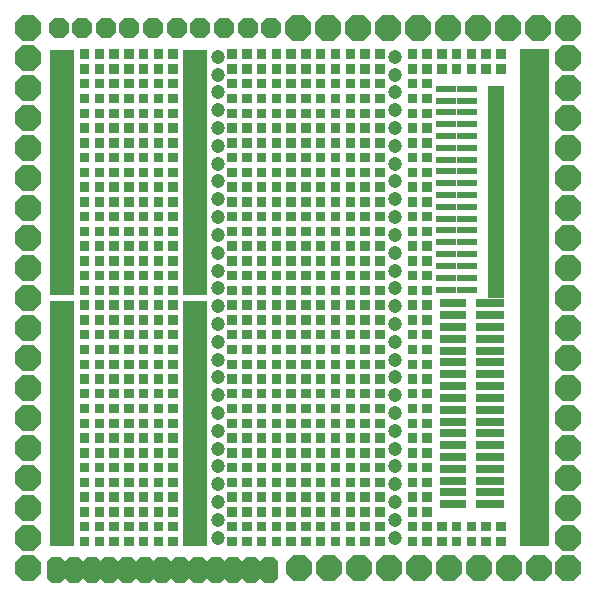
<source format=gbs>
G04 Layer_Color=16711935*
%FSLAX44Y44*%
%MOMM*%
G71*
G01*
G75*
%ADD19P,1.8435X8X22.5*%
%ADD20P,2.3847X8X22.5*%
G04:AMPARAMS|DCode=21|XSize=1.5032mm|YSize=2.2032mm|CornerRadius=0mm|HoleSize=0mm|Usage=FLASHONLY|Rotation=0.000|XOffset=0mm|YOffset=0mm|HoleType=Round|Shape=Octagon|*
%AMOCTAGOND21*
4,1,8,-0.3758,1.1016,0.3758,1.1016,0.7516,0.7258,0.7516,-0.7258,0.3758,-1.1016,-0.3758,-1.1016,-0.7516,-0.7258,-0.7516,0.7258,-0.3758,1.1016,0.0*
%
%ADD21OCTAGOND21*%

%ADD22P,2.3847X8X112.5*%
%ADD23C,1.2032*%
%ADD24R,2.2032X0.7032*%
%ADD25R,2.4032X0.8032*%
%ADD26R,1.4032X0.5032*%
%ADD27R,1.7032X0.6032*%
G36*
X210500Y177500D02*
X202500D01*
Y185500D01*
X210500D01*
Y177500D01*
D02*
G37*
G36*
X223000D02*
X215000D01*
Y185500D01*
X223000D01*
Y177500D01*
D02*
G37*
G36*
X198000D02*
X190000D01*
Y185500D01*
X198000D01*
Y177500D01*
D02*
G37*
G36*
X350500Y165000D02*
X342500D01*
Y173000D01*
X350500D01*
Y165000D01*
D02*
G37*
G36*
X363000D02*
X355000D01*
Y173000D01*
X363000D01*
Y165000D01*
D02*
G37*
G36*
X235500Y177500D02*
X227500D01*
Y185500D01*
X235500D01*
Y177500D01*
D02*
G37*
G36*
X285500D02*
X277500D01*
Y185500D01*
X285500D01*
Y177500D01*
D02*
G37*
G36*
X298000D02*
X290000D01*
Y185500D01*
X298000D01*
Y177500D01*
D02*
G37*
G36*
X273000D02*
X265000D01*
Y185500D01*
X273000D01*
Y177500D01*
D02*
G37*
G36*
X248000D02*
X240000D01*
Y185500D01*
X248000D01*
Y177500D01*
D02*
G37*
G36*
X260500D02*
X252500D01*
Y185500D01*
X260500D01*
Y177500D01*
D02*
G37*
G36*
X323000Y165000D02*
X315000D01*
Y173000D01*
X323000D01*
Y165000D01*
D02*
G37*
G36*
X73000Y165000D02*
X65000D01*
Y173000D01*
X73000D01*
Y165000D01*
D02*
G37*
G36*
X310500Y165000D02*
X302500D01*
Y173000D01*
X310500D01*
Y165000D01*
D02*
G37*
G36*
X285500D02*
X277500D01*
Y173000D01*
X285500D01*
Y165000D01*
D02*
G37*
G36*
X298000D02*
X290000D01*
Y173000D01*
X298000D01*
Y165000D01*
D02*
G37*
G36*
X85500Y165000D02*
X77500D01*
Y173000D01*
X85500D01*
Y165000D01*
D02*
G37*
G36*
X135500D02*
X127500D01*
Y173000D01*
X135500D01*
Y165000D01*
D02*
G37*
G36*
X148000D02*
X140000D01*
Y173000D01*
X148000D01*
Y165000D01*
D02*
G37*
G36*
X123000D02*
X115000D01*
Y173000D01*
X123000D01*
Y165000D01*
D02*
G37*
G36*
X98000D02*
X90000D01*
Y173000D01*
X98000D01*
Y165000D01*
D02*
G37*
G36*
X110500D02*
X102500D01*
Y173000D01*
X110500D01*
Y165000D01*
D02*
G37*
G36*
X235500Y190000D02*
X227500D01*
Y198000D01*
X235500D01*
Y190000D01*
D02*
G37*
G36*
X248000D02*
X240000D01*
Y198000D01*
X248000D01*
Y190000D01*
D02*
G37*
G36*
X223000D02*
X215000D01*
Y198000D01*
X223000D01*
Y190000D01*
D02*
G37*
G36*
X198000D02*
X190000D01*
Y198000D01*
X198000D01*
Y190000D01*
D02*
G37*
G36*
X210500D02*
X202500D01*
Y198000D01*
X210500D01*
Y190000D01*
D02*
G37*
G36*
X260500D02*
X252500D01*
Y198000D01*
X260500D01*
Y190000D01*
D02*
G37*
G36*
X310500D02*
X302500D01*
Y198000D01*
X310500D01*
Y190000D01*
D02*
G37*
G36*
X323000D02*
X315000D01*
Y198000D01*
X323000D01*
Y190000D01*
D02*
G37*
G36*
X298000D02*
X290000D01*
Y198000D01*
X298000D01*
Y190000D01*
D02*
G37*
G36*
X273000D02*
X265000D01*
Y198000D01*
X273000D01*
Y190000D01*
D02*
G37*
G36*
X285500D02*
X277500D01*
Y198000D01*
X285500D01*
Y190000D01*
D02*
G37*
G36*
X85500Y177500D02*
X77500D01*
Y185500D01*
X85500D01*
Y177500D01*
D02*
G37*
G36*
X98000D02*
X90000D01*
Y185500D01*
X98000D01*
Y177500D01*
D02*
G37*
G36*
X73000D02*
X65000D01*
Y185500D01*
X73000D01*
Y177500D01*
D02*
G37*
G36*
X310500Y177500D02*
X302500D01*
Y185500D01*
X310500D01*
Y177500D01*
D02*
G37*
G36*
X323000D02*
X315000D01*
Y185500D01*
X323000D01*
Y177500D01*
D02*
G37*
G36*
X110500Y177500D02*
X102500D01*
Y185500D01*
X110500D01*
Y177500D01*
D02*
G37*
G36*
X350500D02*
X342500D01*
Y185500D01*
X350500D01*
Y177500D01*
D02*
G37*
G36*
X363000D02*
X355000D01*
Y185500D01*
X363000D01*
Y177500D01*
D02*
G37*
G36*
X148000D02*
X140000D01*
Y185500D01*
X148000D01*
Y177500D01*
D02*
G37*
G36*
X123000D02*
X115000D01*
Y185500D01*
X123000D01*
Y177500D01*
D02*
G37*
G36*
X135500D02*
X127500D01*
Y185500D01*
X135500D01*
Y177500D01*
D02*
G37*
G36*
X148000Y140000D02*
X140000D01*
Y148000D01*
X148000D01*
Y140000D01*
D02*
G37*
G36*
X350500D02*
X342500D01*
Y148000D01*
X350500D01*
Y140000D01*
D02*
G37*
G36*
X135500D02*
X127500D01*
Y148000D01*
X135500D01*
Y140000D01*
D02*
G37*
G36*
X110500D02*
X102500D01*
Y148000D01*
X110500D01*
Y140000D01*
D02*
G37*
G36*
X123000D02*
X115000D01*
Y148000D01*
X123000D01*
Y140000D01*
D02*
G37*
G36*
X363000D02*
X355000D01*
Y148000D01*
X363000D01*
Y140000D01*
D02*
G37*
G36*
X235500Y152500D02*
X227500D01*
Y160500D01*
X235500D01*
Y152500D01*
D02*
G37*
G36*
X248000D02*
X240000D01*
Y160500D01*
X248000D01*
Y152500D01*
D02*
G37*
G36*
X223000D02*
X215000D01*
Y160500D01*
X223000D01*
Y152500D01*
D02*
G37*
G36*
X198000D02*
X190000D01*
Y160500D01*
X198000D01*
Y152500D01*
D02*
G37*
G36*
X210500D02*
X202500D01*
Y160500D01*
X210500D01*
Y152500D01*
D02*
G37*
G36*
X273000Y140000D02*
X265000D01*
Y148000D01*
X273000D01*
Y140000D01*
D02*
G37*
G36*
X285500D02*
X277500D01*
Y148000D01*
X285500D01*
Y140000D01*
D02*
G37*
G36*
X260500D02*
X252500D01*
Y148000D01*
X260500D01*
Y140000D01*
D02*
G37*
G36*
X235500D02*
X227500D01*
Y148000D01*
X235500D01*
Y140000D01*
D02*
G37*
G36*
X248000D02*
X240000D01*
Y148000D01*
X248000D01*
Y140000D01*
D02*
G37*
G36*
X298000D02*
X290000D01*
Y148000D01*
X298000D01*
Y140000D01*
D02*
G37*
G36*
X85500Y140000D02*
X77500D01*
Y148000D01*
X85500D01*
Y140000D01*
D02*
G37*
G36*
X98000D02*
X90000D01*
Y148000D01*
X98000D01*
Y140000D01*
D02*
G37*
G36*
X73000D02*
X65000D01*
Y148000D01*
X73000D01*
Y140000D01*
D02*
G37*
G36*
X310500Y140000D02*
X302500D01*
Y148000D01*
X310500D01*
Y140000D01*
D02*
G37*
G36*
X323000D02*
X315000D01*
Y148000D01*
X323000D01*
Y140000D01*
D02*
G37*
G36*
X363000Y152500D02*
X355000D01*
Y160500D01*
X363000D01*
Y152500D01*
D02*
G37*
G36*
X198000Y165000D02*
X190000D01*
Y173000D01*
X198000D01*
Y165000D01*
D02*
G37*
G36*
X350500Y152500D02*
X342500D01*
Y160500D01*
X350500D01*
Y152500D01*
D02*
G37*
G36*
X135500D02*
X127500D01*
Y160500D01*
X135500D01*
Y152500D01*
D02*
G37*
G36*
X148000D02*
X140000D01*
Y160500D01*
X148000D01*
Y152500D01*
D02*
G37*
G36*
X210500Y165000D02*
X202500D01*
Y173000D01*
X210500D01*
Y165000D01*
D02*
G37*
G36*
X260500D02*
X252500D01*
Y173000D01*
X260500D01*
Y165000D01*
D02*
G37*
G36*
X273000D02*
X265000D01*
Y173000D01*
X273000D01*
Y165000D01*
D02*
G37*
G36*
X248000D02*
X240000D01*
Y173000D01*
X248000D01*
Y165000D01*
D02*
G37*
G36*
X223000D02*
X215000D01*
Y173000D01*
X223000D01*
Y165000D01*
D02*
G37*
G36*
X235500D02*
X227500D01*
Y173000D01*
X235500D01*
Y165000D01*
D02*
G37*
G36*
X298000Y152500D02*
X290000D01*
Y160500D01*
X298000D01*
Y152500D01*
D02*
G37*
G36*
X310500D02*
X302500D01*
Y160500D01*
X310500D01*
Y152500D01*
D02*
G37*
G36*
X285500D02*
X277500D01*
Y160500D01*
X285500D01*
Y152500D01*
D02*
G37*
G36*
X260500D02*
X252500D01*
Y160500D01*
X260500D01*
Y152500D01*
D02*
G37*
G36*
X273000D02*
X265000D01*
Y160500D01*
X273000D01*
Y152500D01*
D02*
G37*
G36*
X323000D02*
X315000D01*
Y160500D01*
X323000D01*
Y152500D01*
D02*
G37*
G36*
X110500Y152500D02*
X102500D01*
Y160500D01*
X110500D01*
Y152500D01*
D02*
G37*
G36*
X123000D02*
X115000D01*
Y160500D01*
X123000D01*
Y152500D01*
D02*
G37*
G36*
X98000D02*
X90000D01*
Y160500D01*
X98000D01*
Y152500D01*
D02*
G37*
G36*
X73000D02*
X65000D01*
Y160500D01*
X73000D01*
Y152500D01*
D02*
G37*
G36*
X85500D02*
X77500D01*
Y160500D01*
X85500D01*
Y152500D01*
D02*
G37*
G36*
X310500Y227500D02*
X302500D01*
Y235500D01*
X310500D01*
Y227500D01*
D02*
G37*
G36*
X323000D02*
X315000D01*
Y235500D01*
X323000D01*
Y227500D01*
D02*
G37*
G36*
X298000D02*
X290000D01*
Y235500D01*
X298000D01*
Y227500D01*
D02*
G37*
G36*
X273000D02*
X265000D01*
Y235500D01*
X273000D01*
Y227500D01*
D02*
G37*
G36*
X285500D02*
X277500D01*
Y235500D01*
X285500D01*
Y227500D01*
D02*
G37*
G36*
X73000Y227500D02*
X65000D01*
Y235500D01*
X73000D01*
Y227500D01*
D02*
G37*
G36*
X123000D02*
X115000D01*
Y235500D01*
X123000D01*
Y227500D01*
D02*
G37*
G36*
X135500D02*
X127500D01*
Y235500D01*
X135500D01*
Y227500D01*
D02*
G37*
G36*
X110500D02*
X102500D01*
Y235500D01*
X110500D01*
Y227500D01*
D02*
G37*
G36*
X85500D02*
X77500D01*
Y235500D01*
X85500D01*
Y227500D01*
D02*
G37*
G36*
X98000D02*
X90000D01*
Y235500D01*
X98000D01*
Y227500D01*
D02*
G37*
G36*
X350500Y215000D02*
X342500D01*
Y223000D01*
X350500D01*
Y215000D01*
D02*
G37*
G36*
X363000D02*
X355000D01*
Y223000D01*
X363000D01*
Y215000D01*
D02*
G37*
G36*
X148000D02*
X140000D01*
Y223000D01*
X148000D01*
Y215000D01*
D02*
G37*
G36*
X123000D02*
X115000D01*
Y223000D01*
X123000D01*
Y215000D01*
D02*
G37*
G36*
X135500D02*
X127500D01*
Y223000D01*
X135500D01*
Y215000D01*
D02*
G37*
G36*
X198000Y227500D02*
X190000D01*
Y235500D01*
X198000D01*
Y227500D01*
D02*
G37*
G36*
X248000D02*
X240000D01*
Y235500D01*
X248000D01*
Y227500D01*
D02*
G37*
G36*
X260500D02*
X252500D01*
Y235500D01*
X260500D01*
Y227500D01*
D02*
G37*
G36*
X235500D02*
X227500D01*
Y235500D01*
X235500D01*
Y227500D01*
D02*
G37*
G36*
X210500D02*
X202500D01*
Y235500D01*
X210500D01*
Y227500D01*
D02*
G37*
G36*
X223000D02*
X215000D01*
Y235500D01*
X223000D01*
Y227500D01*
D02*
G37*
G36*
X73000Y240000D02*
X65000D01*
Y248000D01*
X73000D01*
Y240000D01*
D02*
G37*
G36*
X85500D02*
X77500D01*
Y248000D01*
X85500D01*
Y240000D01*
D02*
G37*
G36*
X323000Y240000D02*
X315000D01*
Y248000D01*
X323000D01*
Y240000D01*
D02*
G37*
G36*
X298000D02*
X290000D01*
Y248000D01*
X298000D01*
Y240000D01*
D02*
G37*
G36*
X310500D02*
X302500D01*
Y248000D01*
X310500D01*
Y240000D01*
D02*
G37*
G36*
X98000Y240000D02*
X90000D01*
Y248000D01*
X98000D01*
Y240000D01*
D02*
G37*
G36*
X148000D02*
X140000D01*
Y248000D01*
X148000D01*
Y240000D01*
D02*
G37*
G36*
X350500D02*
X342500D01*
Y248000D01*
X350500D01*
Y240000D01*
D02*
G37*
G36*
X135500D02*
X127500D01*
Y248000D01*
X135500D01*
Y240000D01*
D02*
G37*
G36*
X110500D02*
X102500D01*
Y248000D01*
X110500D01*
Y240000D01*
D02*
G37*
G36*
X123000D02*
X115000D01*
Y248000D01*
X123000D01*
Y240000D01*
D02*
G37*
G36*
X198000Y240000D02*
X190000D01*
Y248000D01*
X198000D01*
Y240000D01*
D02*
G37*
G36*
X210500D02*
X202500D01*
Y248000D01*
X210500D01*
Y240000D01*
D02*
G37*
G36*
X363000Y227500D02*
X355000D01*
Y235500D01*
X363000D01*
Y227500D01*
D02*
G37*
G36*
X148000D02*
X140000D01*
Y235500D01*
X148000D01*
Y227500D01*
D02*
G37*
G36*
X350500D02*
X342500D01*
Y235500D01*
X350500D01*
Y227500D01*
D02*
G37*
G36*
X223000Y240000D02*
X215000D01*
Y248000D01*
X223000D01*
Y240000D01*
D02*
G37*
G36*
X273000D02*
X265000D01*
Y248000D01*
X273000D01*
Y240000D01*
D02*
G37*
G36*
X285500D02*
X277500D01*
Y248000D01*
X285500D01*
Y240000D01*
D02*
G37*
G36*
X260500D02*
X252500D01*
Y248000D01*
X260500D01*
Y240000D01*
D02*
G37*
G36*
X235500D02*
X227500D01*
Y248000D01*
X235500D01*
Y240000D01*
D02*
G37*
G36*
X248000D02*
X240000D01*
Y248000D01*
X248000D01*
Y240000D01*
D02*
G37*
G36*
X260500Y202500D02*
X252500D01*
Y210500D01*
X260500D01*
Y202500D01*
D02*
G37*
G36*
X273000D02*
X265000D01*
Y210500D01*
X273000D01*
Y202500D01*
D02*
G37*
G36*
X248000D02*
X240000D01*
Y210500D01*
X248000D01*
Y202500D01*
D02*
G37*
G36*
X223000D02*
X215000D01*
Y210500D01*
X223000D01*
Y202500D01*
D02*
G37*
G36*
X235500D02*
X227500D01*
Y210500D01*
X235500D01*
Y202500D01*
D02*
G37*
G36*
X285500D02*
X277500D01*
Y210500D01*
X285500D01*
Y202500D01*
D02*
G37*
G36*
X73000Y202500D02*
X65000D01*
Y210500D01*
X73000D01*
Y202500D01*
D02*
G37*
G36*
X85500D02*
X77500D01*
Y210500D01*
X85500D01*
Y202500D01*
D02*
G37*
G36*
X323000Y202500D02*
X315000D01*
Y210500D01*
X323000D01*
Y202500D01*
D02*
G37*
G36*
X298000D02*
X290000D01*
Y210500D01*
X298000D01*
Y202500D01*
D02*
G37*
G36*
X310500D02*
X302500D01*
Y210500D01*
X310500D01*
Y202500D01*
D02*
G37*
G36*
X110500Y190000D02*
X102500D01*
Y198000D01*
X110500D01*
Y190000D01*
D02*
G37*
G36*
X123000D02*
X115000D01*
Y198000D01*
X123000D01*
Y190000D01*
D02*
G37*
G36*
X98000D02*
X90000D01*
Y198000D01*
X98000D01*
Y190000D01*
D02*
G37*
G36*
X73000D02*
X65000D01*
Y198000D01*
X73000D01*
Y190000D01*
D02*
G37*
G36*
X85500D02*
X77500D01*
Y198000D01*
X85500D01*
Y190000D01*
D02*
G37*
G36*
X135500D02*
X127500D01*
Y198000D01*
X135500D01*
Y190000D01*
D02*
G37*
G36*
X198000Y202500D02*
X190000D01*
Y210500D01*
X198000D01*
Y202500D01*
D02*
G37*
G36*
X210500D02*
X202500D01*
Y210500D01*
X210500D01*
Y202500D01*
D02*
G37*
G36*
X363000Y190000D02*
X355000D01*
Y198000D01*
X363000D01*
Y190000D01*
D02*
G37*
G36*
X148000D02*
X140000D01*
Y198000D01*
X148000D01*
Y190000D01*
D02*
G37*
G36*
X350500D02*
X342500D01*
Y198000D01*
X350500D01*
Y190000D01*
D02*
G37*
G36*
X285500Y215000D02*
X277500D01*
Y223000D01*
X285500D01*
Y215000D01*
D02*
G37*
G36*
X298000D02*
X290000D01*
Y223000D01*
X298000D01*
Y215000D01*
D02*
G37*
G36*
X273000D02*
X265000D01*
Y223000D01*
X273000D01*
Y215000D01*
D02*
G37*
G36*
X248000D02*
X240000D01*
Y223000D01*
X248000D01*
Y215000D01*
D02*
G37*
G36*
X260500D02*
X252500D01*
Y223000D01*
X260500D01*
Y215000D01*
D02*
G37*
G36*
X310500D02*
X302500D01*
Y223000D01*
X310500D01*
Y215000D01*
D02*
G37*
G36*
X98000Y215000D02*
X90000D01*
Y223000D01*
X98000D01*
Y215000D01*
D02*
G37*
G36*
X110500D02*
X102500D01*
Y223000D01*
X110500D01*
Y215000D01*
D02*
G37*
G36*
X85500D02*
X77500D01*
Y223000D01*
X85500D01*
Y215000D01*
D02*
G37*
G36*
X323000Y215000D02*
X315000D01*
Y223000D01*
X323000D01*
Y215000D01*
D02*
G37*
G36*
X73000Y215000D02*
X65000D01*
Y223000D01*
X73000D01*
Y215000D01*
D02*
G37*
G36*
X135500Y202500D02*
X127500D01*
Y210500D01*
X135500D01*
Y202500D01*
D02*
G37*
G36*
X148000D02*
X140000D01*
Y210500D01*
X148000D01*
Y202500D01*
D02*
G37*
G36*
X123000D02*
X115000D01*
Y210500D01*
X123000D01*
Y202500D01*
D02*
G37*
G36*
X98000D02*
X90000D01*
Y210500D01*
X98000D01*
Y202500D01*
D02*
G37*
G36*
X110500D02*
X102500D01*
Y210500D01*
X110500D01*
Y202500D01*
D02*
G37*
G36*
X350500D02*
X342500D01*
Y210500D01*
X350500D01*
Y202500D01*
D02*
G37*
G36*
X223000Y215000D02*
X215000D01*
Y223000D01*
X223000D01*
Y215000D01*
D02*
G37*
G36*
X235500D02*
X227500D01*
Y223000D01*
X235500D01*
Y215000D01*
D02*
G37*
G36*
X210500D02*
X202500D01*
Y223000D01*
X210500D01*
Y215000D01*
D02*
G37*
G36*
X363000Y202500D02*
X355000D01*
Y210500D01*
X363000D01*
Y202500D01*
D02*
G37*
G36*
X198000Y215000D02*
X190000D01*
Y223000D01*
X198000D01*
Y215000D01*
D02*
G37*
G36*
X260500Y65000D02*
X252500D01*
Y73000D01*
X260500D01*
Y65000D01*
D02*
G37*
G36*
X273000D02*
X265000D01*
Y73000D01*
X273000D01*
Y65000D01*
D02*
G37*
G36*
X248000D02*
X240000D01*
Y73000D01*
X248000D01*
Y65000D01*
D02*
G37*
G36*
X223000D02*
X215000D01*
Y73000D01*
X223000D01*
Y65000D01*
D02*
G37*
G36*
X235500D02*
X227500D01*
Y73000D01*
X235500D01*
Y65000D01*
D02*
G37*
G36*
X285500D02*
X277500D01*
Y73000D01*
X285500D01*
Y65000D01*
D02*
G37*
G36*
X73000Y65000D02*
X65000D01*
Y73000D01*
X73000D01*
Y65000D01*
D02*
G37*
G36*
X85500D02*
X77500D01*
Y73000D01*
X85500D01*
Y65000D01*
D02*
G37*
G36*
X323000Y65000D02*
X315000D01*
Y73000D01*
X323000D01*
Y65000D01*
D02*
G37*
G36*
X298000D02*
X290000D01*
Y73000D01*
X298000D01*
Y65000D01*
D02*
G37*
G36*
X310500D02*
X302500D01*
Y73000D01*
X310500D01*
Y65000D01*
D02*
G37*
G36*
X110500Y52500D02*
X102500D01*
Y60500D01*
X110500D01*
Y52500D01*
D02*
G37*
G36*
X123000D02*
X115000D01*
Y60500D01*
X123000D01*
Y52500D01*
D02*
G37*
G36*
X98000D02*
X90000D01*
Y60500D01*
X98000D01*
Y52500D01*
D02*
G37*
G36*
X73000D02*
X65000D01*
Y60500D01*
X73000D01*
Y52500D01*
D02*
G37*
G36*
X85500D02*
X77500D01*
Y60500D01*
X85500D01*
Y52500D01*
D02*
G37*
G36*
X135500D02*
X127500D01*
Y60500D01*
X135500D01*
Y52500D01*
D02*
G37*
G36*
X198000Y65000D02*
X190000D01*
Y73000D01*
X198000D01*
Y65000D01*
D02*
G37*
G36*
X210500D02*
X202500D01*
Y73000D01*
X210500D01*
Y65000D01*
D02*
G37*
G36*
X363000Y52500D02*
X355000D01*
Y60500D01*
X363000D01*
Y52500D01*
D02*
G37*
G36*
X148000D02*
X140000D01*
Y60500D01*
X148000D01*
Y52500D01*
D02*
G37*
G36*
X350500D02*
X342500D01*
Y60500D01*
X350500D01*
Y52500D01*
D02*
G37*
G36*
X285500Y77500D02*
X277500D01*
Y85500D01*
X285500D01*
Y77500D01*
D02*
G37*
G36*
X298000D02*
X290000D01*
Y85500D01*
X298000D01*
Y77500D01*
D02*
G37*
G36*
X273000D02*
X265000D01*
Y85500D01*
X273000D01*
Y77500D01*
D02*
G37*
G36*
X248000D02*
X240000D01*
Y85500D01*
X248000D01*
Y77500D01*
D02*
G37*
G36*
X260500D02*
X252500D01*
Y85500D01*
X260500D01*
Y77500D01*
D02*
G37*
G36*
X310500D02*
X302500D01*
Y85500D01*
X310500D01*
Y77500D01*
D02*
G37*
G36*
X98000Y77500D02*
X90000D01*
Y85500D01*
X98000D01*
Y77500D01*
D02*
G37*
G36*
X110500D02*
X102500D01*
Y85500D01*
X110500D01*
Y77500D01*
D02*
G37*
G36*
X85500D02*
X77500D01*
Y85500D01*
X85500D01*
Y77500D01*
D02*
G37*
G36*
X323000Y77500D02*
X315000D01*
Y85500D01*
X323000D01*
Y77500D01*
D02*
G37*
G36*
X73000Y77500D02*
X65000D01*
Y85500D01*
X73000D01*
Y77500D01*
D02*
G37*
G36*
X135500Y65000D02*
X127500D01*
Y73000D01*
X135500D01*
Y65000D01*
D02*
G37*
G36*
X148000D02*
X140000D01*
Y73000D01*
X148000D01*
Y65000D01*
D02*
G37*
G36*
X123000D02*
X115000D01*
Y73000D01*
X123000D01*
Y65000D01*
D02*
G37*
G36*
X98000D02*
X90000D01*
Y73000D01*
X98000D01*
Y65000D01*
D02*
G37*
G36*
X110500D02*
X102500D01*
Y73000D01*
X110500D01*
Y65000D01*
D02*
G37*
G36*
X350500D02*
X342500D01*
Y73000D01*
X350500D01*
Y65000D01*
D02*
G37*
G36*
X223000Y77500D02*
X215000D01*
Y85500D01*
X223000D01*
Y77500D01*
D02*
G37*
G36*
X235500D02*
X227500D01*
Y85500D01*
X235500D01*
Y77500D01*
D02*
G37*
G36*
X210500D02*
X202500D01*
Y85500D01*
X210500D01*
Y77500D01*
D02*
G37*
G36*
X363000Y65000D02*
X355000D01*
Y73000D01*
X363000D01*
Y65000D01*
D02*
G37*
G36*
X198000Y77500D02*
X190000D01*
Y85500D01*
X198000D01*
Y77500D01*
D02*
G37*
G36*
X375500Y40000D02*
X367500D01*
Y48000D01*
X375500D01*
Y40000D01*
D02*
G37*
G36*
X388000D02*
X380000D01*
Y48000D01*
X388000D01*
Y40000D01*
D02*
G37*
G36*
X323000D02*
X315000D01*
Y48000D01*
X323000D01*
Y40000D01*
D02*
G37*
G36*
X298000D02*
X290000D01*
Y48000D01*
X298000D01*
Y40000D01*
D02*
G37*
G36*
X310500D02*
X302500D01*
Y48000D01*
X310500D01*
Y40000D01*
D02*
G37*
G36*
X400500D02*
X392500D01*
Y48000D01*
X400500D01*
Y40000D01*
D02*
G37*
G36*
X85500Y40000D02*
X77500D01*
Y48000D01*
X85500D01*
Y40000D01*
D02*
G37*
G36*
X98000D02*
X90000D01*
Y48000D01*
X98000D01*
Y40000D01*
D02*
G37*
G36*
X73000D02*
X65000D01*
Y48000D01*
X73000D01*
Y40000D01*
D02*
G37*
G36*
X413000Y40000D02*
X405000D01*
Y48000D01*
X413000D01*
Y40000D01*
D02*
G37*
G36*
X425500D02*
X417500D01*
Y48000D01*
X425500D01*
Y40000D01*
D02*
G37*
G36*
X198000D02*
X190000D01*
Y48000D01*
X198000D01*
Y40000D01*
D02*
G37*
G36*
X210500D02*
X202500D01*
Y48000D01*
X210500D01*
Y40000D01*
D02*
G37*
G36*
X172500D02*
X152500D01*
Y247500D01*
X172500D01*
Y40000D01*
D02*
G37*
G36*
X462500Y40000D02*
X437500D01*
Y460500D01*
X462500D01*
Y40000D01*
D02*
G37*
G36*
X60000Y40000D02*
X40000D01*
Y247500D01*
X60000D01*
Y40000D01*
D02*
G37*
G36*
X223000D02*
X215000D01*
Y48000D01*
X223000D01*
Y40000D01*
D02*
G37*
G36*
X273000D02*
X265000D01*
Y48000D01*
X273000D01*
Y40000D01*
D02*
G37*
G36*
X285500D02*
X277500D01*
Y48000D01*
X285500D01*
Y40000D01*
D02*
G37*
G36*
X260500D02*
X252500D01*
Y48000D01*
X260500D01*
Y40000D01*
D02*
G37*
G36*
X235500D02*
X227500D01*
Y48000D01*
X235500D01*
Y40000D01*
D02*
G37*
G36*
X248000D02*
X240000D01*
Y48000D01*
X248000D01*
Y40000D01*
D02*
G37*
G36*
X298000Y52500D02*
X290000D01*
Y60500D01*
X298000D01*
Y52500D01*
D02*
G37*
G36*
X310500D02*
X302500D01*
Y60500D01*
X310500D01*
Y52500D01*
D02*
G37*
G36*
X285500D02*
X277500D01*
Y60500D01*
X285500D01*
Y52500D01*
D02*
G37*
G36*
X260500D02*
X252500D01*
Y60500D01*
X260500D01*
Y52500D01*
D02*
G37*
G36*
X273000D02*
X265000D01*
Y60500D01*
X273000D01*
Y52500D01*
D02*
G37*
G36*
X323000D02*
X315000D01*
Y60500D01*
X323000D01*
Y52500D01*
D02*
G37*
G36*
X413000D02*
X405000D01*
Y60500D01*
X413000D01*
Y52500D01*
D02*
G37*
G36*
X425500D02*
X417500D01*
Y60500D01*
X425500D01*
Y52500D01*
D02*
G37*
G36*
X400500D02*
X392500D01*
Y60500D01*
X400500D01*
Y52500D01*
D02*
G37*
G36*
X375500D02*
X367500D01*
Y60500D01*
X375500D01*
Y52500D01*
D02*
G37*
G36*
X388000D02*
X380000D01*
Y60500D01*
X388000D01*
Y52500D01*
D02*
G37*
G36*
X148000Y40000D02*
X140000D01*
Y48000D01*
X148000D01*
Y40000D01*
D02*
G37*
G36*
X350500D02*
X342500D01*
Y48000D01*
X350500D01*
Y40000D01*
D02*
G37*
G36*
X135500D02*
X127500D01*
Y48000D01*
X135500D01*
Y40000D01*
D02*
G37*
G36*
X110500D02*
X102500D01*
Y48000D01*
X110500D01*
Y40000D01*
D02*
G37*
G36*
X123000D02*
X115000D01*
Y48000D01*
X123000D01*
Y40000D01*
D02*
G37*
G36*
X363000D02*
X355000D01*
Y48000D01*
X363000D01*
Y40000D01*
D02*
G37*
G36*
X235500Y52500D02*
X227500D01*
Y60500D01*
X235500D01*
Y52500D01*
D02*
G37*
G36*
X248000D02*
X240000D01*
Y60500D01*
X248000D01*
Y52500D01*
D02*
G37*
G36*
X223000D02*
X215000D01*
Y60500D01*
X223000D01*
Y52500D01*
D02*
G37*
G36*
X198000D02*
X190000D01*
Y60500D01*
X198000D01*
Y52500D01*
D02*
G37*
G36*
X210500D02*
X202500D01*
Y60500D01*
X210500D01*
Y52500D01*
D02*
G37*
G36*
X98000Y115000D02*
X90000D01*
Y123000D01*
X98000D01*
Y115000D01*
D02*
G37*
G36*
X110500D02*
X102500D01*
Y123000D01*
X110500D01*
Y115000D01*
D02*
G37*
G36*
X85500D02*
X77500D01*
Y123000D01*
X85500D01*
Y115000D01*
D02*
G37*
G36*
X323000Y115000D02*
X315000D01*
Y123000D01*
X323000D01*
Y115000D01*
D02*
G37*
G36*
X73000Y115000D02*
X65000D01*
Y123000D01*
X73000D01*
Y115000D01*
D02*
G37*
G36*
X123000D02*
X115000D01*
Y123000D01*
X123000D01*
Y115000D01*
D02*
G37*
G36*
X363000D02*
X355000D01*
Y123000D01*
X363000D01*
Y115000D01*
D02*
G37*
G36*
X198000Y127500D02*
X190000D01*
Y135500D01*
X198000D01*
Y127500D01*
D02*
G37*
G36*
X350500Y115000D02*
X342500D01*
Y123000D01*
X350500D01*
Y115000D01*
D02*
G37*
G36*
X135500D02*
X127500D01*
Y123000D01*
X135500D01*
Y115000D01*
D02*
G37*
G36*
X148000D02*
X140000D01*
Y123000D01*
X148000D01*
Y115000D01*
D02*
G37*
G36*
X223000Y115000D02*
X215000D01*
Y123000D01*
X223000D01*
Y115000D01*
D02*
G37*
G36*
X235500D02*
X227500D01*
Y123000D01*
X235500D01*
Y115000D01*
D02*
G37*
G36*
X210500D02*
X202500D01*
Y123000D01*
X210500D01*
Y115000D01*
D02*
G37*
G36*
X363000Y102500D02*
X355000D01*
Y110500D01*
X363000D01*
Y102500D01*
D02*
G37*
G36*
X198000Y115000D02*
X190000D01*
Y123000D01*
X198000D01*
Y115000D01*
D02*
G37*
G36*
X248000D02*
X240000D01*
Y123000D01*
X248000D01*
Y115000D01*
D02*
G37*
G36*
X298000D02*
X290000D01*
Y123000D01*
X298000D01*
Y115000D01*
D02*
G37*
G36*
X310500D02*
X302500D01*
Y123000D01*
X310500D01*
Y115000D01*
D02*
G37*
G36*
X285500D02*
X277500D01*
Y123000D01*
X285500D01*
Y115000D01*
D02*
G37*
G36*
X260500D02*
X252500D01*
Y123000D01*
X260500D01*
Y115000D01*
D02*
G37*
G36*
X273000D02*
X265000D01*
Y123000D01*
X273000D01*
Y115000D01*
D02*
G37*
G36*
X123000Y127500D02*
X115000D01*
Y135500D01*
X123000D01*
Y127500D01*
D02*
G37*
G36*
X135500D02*
X127500D01*
Y135500D01*
X135500D01*
Y127500D01*
D02*
G37*
G36*
X110500D02*
X102500D01*
Y135500D01*
X110500D01*
Y127500D01*
D02*
G37*
G36*
X85500D02*
X77500D01*
Y135500D01*
X85500D01*
Y127500D01*
D02*
G37*
G36*
X98000D02*
X90000D01*
Y135500D01*
X98000D01*
Y127500D01*
D02*
G37*
G36*
X148000D02*
X140000D01*
Y135500D01*
X148000D01*
Y127500D01*
D02*
G37*
G36*
X210500Y140000D02*
X202500D01*
Y148000D01*
X210500D01*
Y140000D01*
D02*
G37*
G36*
X223000D02*
X215000D01*
Y148000D01*
X223000D01*
Y140000D01*
D02*
G37*
G36*
X198000D02*
X190000D01*
Y148000D01*
X198000D01*
Y140000D01*
D02*
G37*
G36*
X350500Y127500D02*
X342500D01*
Y135500D01*
X350500D01*
Y127500D01*
D02*
G37*
G36*
X363000D02*
X355000D01*
Y135500D01*
X363000D01*
Y127500D01*
D02*
G37*
G36*
X248000Y127500D02*
X240000D01*
Y135500D01*
X248000D01*
Y127500D01*
D02*
G37*
G36*
X260500D02*
X252500D01*
Y135500D01*
X260500D01*
Y127500D01*
D02*
G37*
G36*
X235500D02*
X227500D01*
Y135500D01*
X235500D01*
Y127500D01*
D02*
G37*
G36*
X210500D02*
X202500D01*
Y135500D01*
X210500D01*
Y127500D01*
D02*
G37*
G36*
X223000D02*
X215000D01*
Y135500D01*
X223000D01*
Y127500D01*
D02*
G37*
G36*
X273000D02*
X265000D01*
Y135500D01*
X273000D01*
Y127500D01*
D02*
G37*
G36*
X323000D02*
X315000D01*
Y135500D01*
X323000D01*
Y127500D01*
D02*
G37*
G36*
X73000Y127500D02*
X65000D01*
Y135500D01*
X73000D01*
Y127500D01*
D02*
G37*
G36*
X310500Y127500D02*
X302500D01*
Y135500D01*
X310500D01*
Y127500D01*
D02*
G37*
G36*
X285500D02*
X277500D01*
Y135500D01*
X285500D01*
Y127500D01*
D02*
G37*
G36*
X298000D02*
X290000D01*
Y135500D01*
X298000D01*
Y127500D01*
D02*
G37*
G36*
X310500Y90000D02*
X302500D01*
Y98000D01*
X310500D01*
Y90000D01*
D02*
G37*
G36*
X323000D02*
X315000D01*
Y98000D01*
X323000D01*
Y90000D01*
D02*
G37*
G36*
X298000D02*
X290000D01*
Y98000D01*
X298000D01*
Y90000D01*
D02*
G37*
G36*
X273000D02*
X265000D01*
Y98000D01*
X273000D01*
Y90000D01*
D02*
G37*
G36*
X285500D02*
X277500D01*
Y98000D01*
X285500D01*
Y90000D01*
D02*
G37*
G36*
X73000Y90000D02*
X65000D01*
Y98000D01*
X73000D01*
Y90000D01*
D02*
G37*
G36*
X123000D02*
X115000D01*
Y98000D01*
X123000D01*
Y90000D01*
D02*
G37*
G36*
X135500D02*
X127500D01*
Y98000D01*
X135500D01*
Y90000D01*
D02*
G37*
G36*
X110500D02*
X102500D01*
Y98000D01*
X110500D01*
Y90000D01*
D02*
G37*
G36*
X85500D02*
X77500D01*
Y98000D01*
X85500D01*
Y90000D01*
D02*
G37*
G36*
X98000D02*
X90000D01*
Y98000D01*
X98000D01*
Y90000D01*
D02*
G37*
G36*
X350500Y77500D02*
X342500D01*
Y85500D01*
X350500D01*
Y77500D01*
D02*
G37*
G36*
X363000D02*
X355000D01*
Y85500D01*
X363000D01*
Y77500D01*
D02*
G37*
G36*
X148000D02*
X140000D01*
Y85500D01*
X148000D01*
Y77500D01*
D02*
G37*
G36*
X123000D02*
X115000D01*
Y85500D01*
X123000D01*
Y77500D01*
D02*
G37*
G36*
X135500D02*
X127500D01*
Y85500D01*
X135500D01*
Y77500D01*
D02*
G37*
G36*
X198000Y90000D02*
X190000D01*
Y98000D01*
X198000D01*
Y90000D01*
D02*
G37*
G36*
X248000D02*
X240000D01*
Y98000D01*
X248000D01*
Y90000D01*
D02*
G37*
G36*
X260500D02*
X252500D01*
Y98000D01*
X260500D01*
Y90000D01*
D02*
G37*
G36*
X235500D02*
X227500D01*
Y98000D01*
X235500D01*
Y90000D01*
D02*
G37*
G36*
X210500D02*
X202500D01*
Y98000D01*
X210500D01*
Y90000D01*
D02*
G37*
G36*
X223000D02*
X215000D01*
Y98000D01*
X223000D01*
Y90000D01*
D02*
G37*
G36*
X73000Y102500D02*
X65000D01*
Y110500D01*
X73000D01*
Y102500D01*
D02*
G37*
G36*
X85500D02*
X77500D01*
Y110500D01*
X85500D01*
Y102500D01*
D02*
G37*
G36*
X323000Y102500D02*
X315000D01*
Y110500D01*
X323000D01*
Y102500D01*
D02*
G37*
G36*
X298000D02*
X290000D01*
Y110500D01*
X298000D01*
Y102500D01*
D02*
G37*
G36*
X310500D02*
X302500D01*
Y110500D01*
X310500D01*
Y102500D01*
D02*
G37*
G36*
X98000Y102500D02*
X90000D01*
Y110500D01*
X98000D01*
Y102500D01*
D02*
G37*
G36*
X148000D02*
X140000D01*
Y110500D01*
X148000D01*
Y102500D01*
D02*
G37*
G36*
X350500D02*
X342500D01*
Y110500D01*
X350500D01*
Y102500D01*
D02*
G37*
G36*
X135500D02*
X127500D01*
Y110500D01*
X135500D01*
Y102500D01*
D02*
G37*
G36*
X110500D02*
X102500D01*
Y110500D01*
X110500D01*
Y102500D01*
D02*
G37*
G36*
X123000D02*
X115000D01*
Y110500D01*
X123000D01*
Y102500D01*
D02*
G37*
G36*
X198000Y102500D02*
X190000D01*
Y110500D01*
X198000D01*
Y102500D01*
D02*
G37*
G36*
X210500D02*
X202500D01*
Y110500D01*
X210500D01*
Y102500D01*
D02*
G37*
G36*
X363000Y90000D02*
X355000D01*
Y98000D01*
X363000D01*
Y90000D01*
D02*
G37*
G36*
X148000D02*
X140000D01*
Y98000D01*
X148000D01*
Y90000D01*
D02*
G37*
G36*
X350500D02*
X342500D01*
Y98000D01*
X350500D01*
Y90000D01*
D02*
G37*
G36*
X223000Y102500D02*
X215000D01*
Y110500D01*
X223000D01*
Y102500D01*
D02*
G37*
G36*
X273000D02*
X265000D01*
Y110500D01*
X273000D01*
Y102500D01*
D02*
G37*
G36*
X285500D02*
X277500D01*
Y110500D01*
X285500D01*
Y102500D01*
D02*
G37*
G36*
X260500D02*
X252500D01*
Y110500D01*
X260500D01*
Y102500D01*
D02*
G37*
G36*
X235500D02*
X227500D01*
Y110500D01*
X235500D01*
Y102500D01*
D02*
G37*
G36*
X248000D02*
X240000D01*
Y110500D01*
X248000D01*
Y102500D01*
D02*
G37*
G36*
X363000Y240000D02*
X355000D01*
Y248000D01*
X363000D01*
Y240000D01*
D02*
G37*
G36*
X85500Y390000D02*
X77500D01*
Y398000D01*
X85500D01*
Y390000D01*
D02*
G37*
G36*
X98000D02*
X90000D01*
Y398000D01*
X98000D01*
Y390000D01*
D02*
G37*
G36*
X73000D02*
X65000D01*
Y398000D01*
X73000D01*
Y390000D01*
D02*
G37*
G36*
X310500Y390000D02*
X302500D01*
Y398000D01*
X310500D01*
Y390000D01*
D02*
G37*
G36*
X323000D02*
X315000D01*
Y398000D01*
X323000D01*
Y390000D01*
D02*
G37*
G36*
X110500Y390000D02*
X102500D01*
Y398000D01*
X110500D01*
Y390000D01*
D02*
G37*
G36*
X350500D02*
X342500D01*
Y398000D01*
X350500D01*
Y390000D01*
D02*
G37*
G36*
X363000D02*
X355000D01*
Y398000D01*
X363000D01*
Y390000D01*
D02*
G37*
G36*
X148000D02*
X140000D01*
Y398000D01*
X148000D01*
Y390000D01*
D02*
G37*
G36*
X123000D02*
X115000D01*
Y398000D01*
X123000D01*
Y390000D01*
D02*
G37*
G36*
X135500D02*
X127500D01*
Y398000D01*
X135500D01*
Y390000D01*
D02*
G37*
G36*
X210500Y390000D02*
X202500D01*
Y398000D01*
X210500D01*
Y390000D01*
D02*
G37*
G36*
X223000D02*
X215000D01*
Y398000D01*
X223000D01*
Y390000D01*
D02*
G37*
G36*
X198000D02*
X190000D01*
Y398000D01*
X198000D01*
Y390000D01*
D02*
G37*
G36*
X350500Y377500D02*
X342500D01*
Y385500D01*
X350500D01*
Y377500D01*
D02*
G37*
G36*
X363000D02*
X355000D01*
Y385500D01*
X363000D01*
Y377500D01*
D02*
G37*
G36*
X235500Y390000D02*
X227500D01*
Y398000D01*
X235500D01*
Y390000D01*
D02*
G37*
G36*
X285500D02*
X277500D01*
Y398000D01*
X285500D01*
Y390000D01*
D02*
G37*
G36*
X298000D02*
X290000D01*
Y398000D01*
X298000D01*
Y390000D01*
D02*
G37*
G36*
X273000D02*
X265000D01*
Y398000D01*
X273000D01*
Y390000D01*
D02*
G37*
G36*
X248000D02*
X240000D01*
Y398000D01*
X248000D01*
Y390000D01*
D02*
G37*
G36*
X260500D02*
X252500D01*
Y398000D01*
X260500D01*
Y390000D01*
D02*
G37*
G36*
X110500Y402500D02*
X102500D01*
Y410500D01*
X110500D01*
Y402500D01*
D02*
G37*
G36*
X123000D02*
X115000D01*
Y410500D01*
X123000D01*
Y402500D01*
D02*
G37*
G36*
X98000D02*
X90000D01*
Y410500D01*
X98000D01*
Y402500D01*
D02*
G37*
G36*
X73000D02*
X65000D01*
Y410500D01*
X73000D01*
Y402500D01*
D02*
G37*
G36*
X85500D02*
X77500D01*
Y410500D01*
X85500D01*
Y402500D01*
D02*
G37*
G36*
X135500D02*
X127500D01*
Y410500D01*
X135500D01*
Y402500D01*
D02*
G37*
G36*
X198000Y415000D02*
X190000D01*
Y423000D01*
X198000D01*
Y415000D01*
D02*
G37*
G36*
X210500D02*
X202500D01*
Y423000D01*
X210500D01*
Y415000D01*
D02*
G37*
G36*
X363000Y402500D02*
X355000D01*
Y410500D01*
X363000D01*
Y402500D01*
D02*
G37*
G36*
X148000D02*
X140000D01*
Y410500D01*
X148000D01*
Y402500D01*
D02*
G37*
G36*
X350500D02*
X342500D01*
Y410500D01*
X350500D01*
Y402500D01*
D02*
G37*
G36*
X235500Y402500D02*
X227500D01*
Y410500D01*
X235500D01*
Y402500D01*
D02*
G37*
G36*
X248000D02*
X240000D01*
Y410500D01*
X248000D01*
Y402500D01*
D02*
G37*
G36*
X223000D02*
X215000D01*
Y410500D01*
X223000D01*
Y402500D01*
D02*
G37*
G36*
X198000D02*
X190000D01*
Y410500D01*
X198000D01*
Y402500D01*
D02*
G37*
G36*
X210500D02*
X202500D01*
Y410500D01*
X210500D01*
Y402500D01*
D02*
G37*
G36*
X260500D02*
X252500D01*
Y410500D01*
X260500D01*
Y402500D01*
D02*
G37*
G36*
X310500D02*
X302500D01*
Y410500D01*
X310500D01*
Y402500D01*
D02*
G37*
G36*
X323000D02*
X315000D01*
Y410500D01*
X323000D01*
Y402500D01*
D02*
G37*
G36*
X298000D02*
X290000D01*
Y410500D01*
X298000D01*
Y402500D01*
D02*
G37*
G36*
X273000D02*
X265000D01*
Y410500D01*
X273000D01*
Y402500D01*
D02*
G37*
G36*
X285500D02*
X277500D01*
Y410500D01*
X285500D01*
Y402500D01*
D02*
G37*
G36*
X298000Y365000D02*
X290000D01*
Y373000D01*
X298000D01*
Y365000D01*
D02*
G37*
G36*
X310500D02*
X302500D01*
Y373000D01*
X310500D01*
Y365000D01*
D02*
G37*
G36*
X285500D02*
X277500D01*
Y373000D01*
X285500D01*
Y365000D01*
D02*
G37*
G36*
X260500D02*
X252500D01*
Y373000D01*
X260500D01*
Y365000D01*
D02*
G37*
G36*
X273000D02*
X265000D01*
Y373000D01*
X273000D01*
Y365000D01*
D02*
G37*
G36*
X323000D02*
X315000D01*
Y373000D01*
X323000D01*
Y365000D01*
D02*
G37*
G36*
X110500Y365000D02*
X102500D01*
Y373000D01*
X110500D01*
Y365000D01*
D02*
G37*
G36*
X123000D02*
X115000D01*
Y373000D01*
X123000D01*
Y365000D01*
D02*
G37*
G36*
X98000D02*
X90000D01*
Y373000D01*
X98000D01*
Y365000D01*
D02*
G37*
G36*
X73000D02*
X65000D01*
Y373000D01*
X73000D01*
Y365000D01*
D02*
G37*
G36*
X85500D02*
X77500D01*
Y373000D01*
X85500D01*
Y365000D01*
D02*
G37*
G36*
X148000Y352500D02*
X140000D01*
Y360500D01*
X148000D01*
Y352500D01*
D02*
G37*
G36*
X350500D02*
X342500D01*
Y360500D01*
X350500D01*
Y352500D01*
D02*
G37*
G36*
X135500D02*
X127500D01*
Y360500D01*
X135500D01*
Y352500D01*
D02*
G37*
G36*
X110500D02*
X102500D01*
Y360500D01*
X110500D01*
Y352500D01*
D02*
G37*
G36*
X123000D02*
X115000D01*
Y360500D01*
X123000D01*
Y352500D01*
D02*
G37*
G36*
X363000D02*
X355000D01*
Y360500D01*
X363000D01*
Y352500D01*
D02*
G37*
G36*
X235500Y365000D02*
X227500D01*
Y373000D01*
X235500D01*
Y365000D01*
D02*
G37*
G36*
X248000D02*
X240000D01*
Y373000D01*
X248000D01*
Y365000D01*
D02*
G37*
G36*
X223000D02*
X215000D01*
Y373000D01*
X223000D01*
Y365000D01*
D02*
G37*
G36*
X198000D02*
X190000D01*
Y373000D01*
X198000D01*
Y365000D01*
D02*
G37*
G36*
X210500D02*
X202500D01*
Y373000D01*
X210500D01*
Y365000D01*
D02*
G37*
G36*
X323000Y377500D02*
X315000D01*
Y385500D01*
X323000D01*
Y377500D01*
D02*
G37*
G36*
X73000Y377500D02*
X65000D01*
Y385500D01*
X73000D01*
Y377500D01*
D02*
G37*
G36*
X310500Y377500D02*
X302500D01*
Y385500D01*
X310500D01*
Y377500D01*
D02*
G37*
G36*
X285500D02*
X277500D01*
Y385500D01*
X285500D01*
Y377500D01*
D02*
G37*
G36*
X298000D02*
X290000D01*
Y385500D01*
X298000D01*
Y377500D01*
D02*
G37*
G36*
X85500Y377500D02*
X77500D01*
Y385500D01*
X85500D01*
Y377500D01*
D02*
G37*
G36*
X135500D02*
X127500D01*
Y385500D01*
X135500D01*
Y377500D01*
D02*
G37*
G36*
X148000D02*
X140000D01*
Y385500D01*
X148000D01*
Y377500D01*
D02*
G37*
G36*
X123000D02*
X115000D01*
Y385500D01*
X123000D01*
Y377500D01*
D02*
G37*
G36*
X98000D02*
X90000D01*
Y385500D01*
X98000D01*
Y377500D01*
D02*
G37*
G36*
X110500D02*
X102500D01*
Y385500D01*
X110500D01*
Y377500D01*
D02*
G37*
G36*
X363000Y365000D02*
X355000D01*
Y373000D01*
X363000D01*
Y365000D01*
D02*
G37*
G36*
X198000Y377500D02*
X190000D01*
Y385500D01*
X198000D01*
Y377500D01*
D02*
G37*
G36*
X350500Y365000D02*
X342500D01*
Y373000D01*
X350500D01*
Y365000D01*
D02*
G37*
G36*
X135500D02*
X127500D01*
Y373000D01*
X135500D01*
Y365000D01*
D02*
G37*
G36*
X148000D02*
X140000D01*
Y373000D01*
X148000D01*
Y365000D01*
D02*
G37*
G36*
X210500Y377500D02*
X202500D01*
Y385500D01*
X210500D01*
Y377500D01*
D02*
G37*
G36*
X260500D02*
X252500D01*
Y385500D01*
X260500D01*
Y377500D01*
D02*
G37*
G36*
X273000D02*
X265000D01*
Y385500D01*
X273000D01*
Y377500D01*
D02*
G37*
G36*
X248000D02*
X240000D01*
Y385500D01*
X248000D01*
Y377500D01*
D02*
G37*
G36*
X223000D02*
X215000D01*
Y385500D01*
X223000D01*
Y377500D01*
D02*
G37*
G36*
X235500D02*
X227500D01*
Y385500D01*
X235500D01*
Y377500D01*
D02*
G37*
G36*
X375500Y440000D02*
X367500D01*
Y448000D01*
X375500D01*
Y440000D01*
D02*
G37*
G36*
X388000D02*
X380000D01*
Y448000D01*
X388000D01*
Y440000D01*
D02*
G37*
G36*
X363000D02*
X355000D01*
Y448000D01*
X363000D01*
Y440000D01*
D02*
G37*
G36*
X148000D02*
X140000D01*
Y448000D01*
X148000D01*
Y440000D01*
D02*
G37*
G36*
X350500D02*
X342500D01*
Y448000D01*
X350500D01*
Y440000D01*
D02*
G37*
G36*
X400500D02*
X392500D01*
Y448000D01*
X400500D01*
Y440000D01*
D02*
G37*
G36*
X210500Y452500D02*
X202500D01*
Y460500D01*
X210500D01*
Y452500D01*
D02*
G37*
G36*
X223000D02*
X215000D01*
Y460500D01*
X223000D01*
Y452500D01*
D02*
G37*
G36*
X198000D02*
X190000D01*
Y460500D01*
X198000D01*
Y452500D01*
D02*
G37*
G36*
X413000Y440000D02*
X405000D01*
Y448000D01*
X413000D01*
Y440000D01*
D02*
G37*
G36*
X425500D02*
X417500D01*
Y448000D01*
X425500D01*
Y440000D01*
D02*
G37*
G36*
X310500Y440000D02*
X302500D01*
Y448000D01*
X310500D01*
Y440000D01*
D02*
G37*
G36*
X323000D02*
X315000D01*
Y448000D01*
X323000D01*
Y440000D01*
D02*
G37*
G36*
X298000D02*
X290000D01*
Y448000D01*
X298000D01*
Y440000D01*
D02*
G37*
G36*
X273000D02*
X265000D01*
Y448000D01*
X273000D01*
Y440000D01*
D02*
G37*
G36*
X285500D02*
X277500D01*
Y448000D01*
X285500D01*
Y440000D01*
D02*
G37*
G36*
X73000Y440000D02*
X65000D01*
Y448000D01*
X73000D01*
Y440000D01*
D02*
G37*
G36*
X123000D02*
X115000D01*
Y448000D01*
X123000D01*
Y440000D01*
D02*
G37*
G36*
X135500D02*
X127500D01*
Y448000D01*
X135500D01*
Y440000D01*
D02*
G37*
G36*
X110500D02*
X102500D01*
Y448000D01*
X110500D01*
Y440000D01*
D02*
G37*
G36*
X85500D02*
X77500D01*
Y448000D01*
X85500D01*
Y440000D01*
D02*
G37*
G36*
X98000D02*
X90000D01*
Y448000D01*
X98000D01*
Y440000D01*
D02*
G37*
G36*
X148000Y452500D02*
X140000D01*
Y460500D01*
X148000D01*
Y452500D01*
D02*
G37*
G36*
X350500D02*
X342500D01*
Y460500D01*
X350500D01*
Y452500D01*
D02*
G37*
G36*
X135500D02*
X127500D01*
Y460500D01*
X135500D01*
Y452500D01*
D02*
G37*
G36*
X110500D02*
X102500D01*
Y460500D01*
X110500D01*
Y452500D01*
D02*
G37*
G36*
X123000D02*
X115000D01*
Y460500D01*
X123000D01*
Y452500D01*
D02*
G37*
G36*
X363000D02*
X355000D01*
Y460500D01*
X363000D01*
Y452500D01*
D02*
G37*
G36*
X413000D02*
X405000D01*
Y460500D01*
X413000D01*
Y452500D01*
D02*
G37*
G36*
X425500D02*
X417500D01*
Y460500D01*
X425500D01*
Y452500D01*
D02*
G37*
G36*
X400500D02*
X392500D01*
Y460500D01*
X400500D01*
Y452500D01*
D02*
G37*
G36*
X375500D02*
X367500D01*
Y460500D01*
X375500D01*
Y452500D01*
D02*
G37*
G36*
X388000D02*
X380000D01*
Y460500D01*
X388000D01*
Y452500D01*
D02*
G37*
G36*
X273000Y452500D02*
X265000D01*
Y460500D01*
X273000D01*
Y452500D01*
D02*
G37*
G36*
X285500D02*
X277500D01*
Y460500D01*
X285500D01*
Y452500D01*
D02*
G37*
G36*
X260500D02*
X252500D01*
Y460500D01*
X260500D01*
Y452500D01*
D02*
G37*
G36*
X235500D02*
X227500D01*
Y460500D01*
X235500D01*
Y452500D01*
D02*
G37*
G36*
X248000D02*
X240000D01*
Y460500D01*
X248000D01*
Y452500D01*
D02*
G37*
G36*
X298000D02*
X290000D01*
Y460500D01*
X298000D01*
Y452500D01*
D02*
G37*
G36*
X85500Y452500D02*
X77500D01*
Y460500D01*
X85500D01*
Y452500D01*
D02*
G37*
G36*
X98000D02*
X90000D01*
Y460500D01*
X98000D01*
Y452500D01*
D02*
G37*
G36*
X73000D02*
X65000D01*
Y460500D01*
X73000D01*
Y452500D01*
D02*
G37*
G36*
X310500Y452500D02*
X302500D01*
Y460500D01*
X310500D01*
Y452500D01*
D02*
G37*
G36*
X323000D02*
X315000D01*
Y460500D01*
X323000D01*
Y452500D01*
D02*
G37*
G36*
X135500Y415000D02*
X127500D01*
Y423000D01*
X135500D01*
Y415000D01*
D02*
G37*
G36*
X148000D02*
X140000D01*
Y423000D01*
X148000D01*
Y415000D01*
D02*
G37*
G36*
X123000D02*
X115000D01*
Y423000D01*
X123000D01*
Y415000D01*
D02*
G37*
G36*
X98000D02*
X90000D01*
Y423000D01*
X98000D01*
Y415000D01*
D02*
G37*
G36*
X110500D02*
X102500D01*
Y423000D01*
X110500D01*
Y415000D01*
D02*
G37*
G36*
X350500D02*
X342500D01*
Y423000D01*
X350500D01*
Y415000D01*
D02*
G37*
G36*
X223000Y427500D02*
X215000D01*
Y435500D01*
X223000D01*
Y427500D01*
D02*
G37*
G36*
X235500D02*
X227500D01*
Y435500D01*
X235500D01*
Y427500D01*
D02*
G37*
G36*
X210500D02*
X202500D01*
Y435500D01*
X210500D01*
Y427500D01*
D02*
G37*
G36*
X363000Y415000D02*
X355000D01*
Y423000D01*
X363000D01*
Y415000D01*
D02*
G37*
G36*
X198000Y427500D02*
X190000D01*
Y435500D01*
X198000D01*
Y427500D01*
D02*
G37*
G36*
X260500Y415000D02*
X252500D01*
Y423000D01*
X260500D01*
Y415000D01*
D02*
G37*
G36*
X273000D02*
X265000D01*
Y423000D01*
X273000D01*
Y415000D01*
D02*
G37*
G36*
X248000D02*
X240000D01*
Y423000D01*
X248000D01*
Y415000D01*
D02*
G37*
G36*
X223000D02*
X215000D01*
Y423000D01*
X223000D01*
Y415000D01*
D02*
G37*
G36*
X235500D02*
X227500D01*
Y423000D01*
X235500D01*
Y415000D01*
D02*
G37*
G36*
X285500D02*
X277500D01*
Y423000D01*
X285500D01*
Y415000D01*
D02*
G37*
G36*
X73000Y415000D02*
X65000D01*
Y423000D01*
X73000D01*
Y415000D01*
D02*
G37*
G36*
X85500D02*
X77500D01*
Y423000D01*
X85500D01*
Y415000D01*
D02*
G37*
G36*
X323000Y415000D02*
X315000D01*
Y423000D01*
X323000D01*
Y415000D01*
D02*
G37*
G36*
X298000D02*
X290000D01*
Y423000D01*
X298000D01*
Y415000D01*
D02*
G37*
G36*
X310500D02*
X302500D01*
Y423000D01*
X310500D01*
Y415000D01*
D02*
G37*
G36*
X350500Y427500D02*
X342500D01*
Y435500D01*
X350500D01*
Y427500D01*
D02*
G37*
G36*
X363000D02*
X355000D01*
Y435500D01*
X363000D01*
Y427500D01*
D02*
G37*
G36*
X148000D02*
X140000D01*
Y435500D01*
X148000D01*
Y427500D01*
D02*
G37*
G36*
X123000D02*
X115000D01*
Y435500D01*
X123000D01*
Y427500D01*
D02*
G37*
G36*
X135500D02*
X127500D01*
Y435500D01*
X135500D01*
Y427500D01*
D02*
G37*
G36*
X198000Y440000D02*
X190000D01*
Y448000D01*
X198000D01*
Y440000D01*
D02*
G37*
G36*
X248000D02*
X240000D01*
Y448000D01*
X248000D01*
Y440000D01*
D02*
G37*
G36*
X260500D02*
X252500D01*
Y448000D01*
X260500D01*
Y440000D01*
D02*
G37*
G36*
X235500D02*
X227500D01*
Y448000D01*
X235500D01*
Y440000D01*
D02*
G37*
G36*
X210500D02*
X202500D01*
Y448000D01*
X210500D01*
Y440000D01*
D02*
G37*
G36*
X223000D02*
X215000D01*
Y448000D01*
X223000D01*
Y440000D01*
D02*
G37*
G36*
X285500Y427500D02*
X277500D01*
Y435500D01*
X285500D01*
Y427500D01*
D02*
G37*
G36*
X298000D02*
X290000D01*
Y435500D01*
X298000D01*
Y427500D01*
D02*
G37*
G36*
X273000D02*
X265000D01*
Y435500D01*
X273000D01*
Y427500D01*
D02*
G37*
G36*
X248000D02*
X240000D01*
Y435500D01*
X248000D01*
Y427500D01*
D02*
G37*
G36*
X260500D02*
X252500D01*
Y435500D01*
X260500D01*
Y427500D01*
D02*
G37*
G36*
X310500D02*
X302500D01*
Y435500D01*
X310500D01*
Y427500D01*
D02*
G37*
G36*
X98000Y427500D02*
X90000D01*
Y435500D01*
X98000D01*
Y427500D01*
D02*
G37*
G36*
X110500D02*
X102500D01*
Y435500D01*
X110500D01*
Y427500D01*
D02*
G37*
G36*
X85500D02*
X77500D01*
Y435500D01*
X85500D01*
Y427500D01*
D02*
G37*
G36*
X323000Y427500D02*
X315000D01*
Y435500D01*
X323000D01*
Y427500D01*
D02*
G37*
G36*
X73000Y427500D02*
X65000D01*
Y435500D01*
X73000D01*
Y427500D01*
D02*
G37*
G36*
X135500Y277500D02*
X127500D01*
Y285500D01*
X135500D01*
Y277500D01*
D02*
G37*
G36*
X148000D02*
X140000D01*
Y285500D01*
X148000D01*
Y277500D01*
D02*
G37*
G36*
X123000D02*
X115000D01*
Y285500D01*
X123000D01*
Y277500D01*
D02*
G37*
G36*
X98000D02*
X90000D01*
Y285500D01*
X98000D01*
Y277500D01*
D02*
G37*
G36*
X110500D02*
X102500D01*
Y285500D01*
X110500D01*
Y277500D01*
D02*
G37*
G36*
X350500D02*
X342500D01*
Y285500D01*
X350500D01*
Y277500D01*
D02*
G37*
G36*
X223000Y290000D02*
X215000D01*
Y298000D01*
X223000D01*
Y290000D01*
D02*
G37*
G36*
X235500D02*
X227500D01*
Y298000D01*
X235500D01*
Y290000D01*
D02*
G37*
G36*
X210500D02*
X202500D01*
Y298000D01*
X210500D01*
Y290000D01*
D02*
G37*
G36*
X363000Y277500D02*
X355000D01*
Y285500D01*
X363000D01*
Y277500D01*
D02*
G37*
G36*
X198000Y290000D02*
X190000D01*
Y298000D01*
X198000D01*
Y290000D01*
D02*
G37*
G36*
X260500Y277500D02*
X252500D01*
Y285500D01*
X260500D01*
Y277500D01*
D02*
G37*
G36*
X273000D02*
X265000D01*
Y285500D01*
X273000D01*
Y277500D01*
D02*
G37*
G36*
X248000D02*
X240000D01*
Y285500D01*
X248000D01*
Y277500D01*
D02*
G37*
G36*
X223000D02*
X215000D01*
Y285500D01*
X223000D01*
Y277500D01*
D02*
G37*
G36*
X235500D02*
X227500D01*
Y285500D01*
X235500D01*
Y277500D01*
D02*
G37*
G36*
X285500D02*
X277500D01*
Y285500D01*
X285500D01*
Y277500D01*
D02*
G37*
G36*
X73000Y277500D02*
X65000D01*
Y285500D01*
X73000D01*
Y277500D01*
D02*
G37*
G36*
X85500D02*
X77500D01*
Y285500D01*
X85500D01*
Y277500D01*
D02*
G37*
G36*
X323000Y277500D02*
X315000D01*
Y285500D01*
X323000D01*
Y277500D01*
D02*
G37*
G36*
X298000D02*
X290000D01*
Y285500D01*
X298000D01*
Y277500D01*
D02*
G37*
G36*
X310500D02*
X302500D01*
Y285500D01*
X310500D01*
Y277500D01*
D02*
G37*
G36*
X350500Y290000D02*
X342500D01*
Y298000D01*
X350500D01*
Y290000D01*
D02*
G37*
G36*
X363000D02*
X355000D01*
Y298000D01*
X363000D01*
Y290000D01*
D02*
G37*
G36*
X148000D02*
X140000D01*
Y298000D01*
X148000D01*
Y290000D01*
D02*
G37*
G36*
X123000D02*
X115000D01*
Y298000D01*
X123000D01*
Y290000D01*
D02*
G37*
G36*
X135500D02*
X127500D01*
Y298000D01*
X135500D01*
Y290000D01*
D02*
G37*
G36*
X198000Y302500D02*
X190000D01*
Y310500D01*
X198000D01*
Y302500D01*
D02*
G37*
G36*
X248000D02*
X240000D01*
Y310500D01*
X248000D01*
Y302500D01*
D02*
G37*
G36*
X260500D02*
X252500D01*
Y310500D01*
X260500D01*
Y302500D01*
D02*
G37*
G36*
X235500D02*
X227500D01*
Y310500D01*
X235500D01*
Y302500D01*
D02*
G37*
G36*
X210500D02*
X202500D01*
Y310500D01*
X210500D01*
Y302500D01*
D02*
G37*
G36*
X223000D02*
X215000D01*
Y310500D01*
X223000D01*
Y302500D01*
D02*
G37*
G36*
X285500Y290000D02*
X277500D01*
Y298000D01*
X285500D01*
Y290000D01*
D02*
G37*
G36*
X298000D02*
X290000D01*
Y298000D01*
X298000D01*
Y290000D01*
D02*
G37*
G36*
X273000D02*
X265000D01*
Y298000D01*
X273000D01*
Y290000D01*
D02*
G37*
G36*
X248000D02*
X240000D01*
Y298000D01*
X248000D01*
Y290000D01*
D02*
G37*
G36*
X260500D02*
X252500D01*
Y298000D01*
X260500D01*
Y290000D01*
D02*
G37*
G36*
X310500D02*
X302500D01*
Y298000D01*
X310500D01*
Y290000D01*
D02*
G37*
G36*
X98000Y290000D02*
X90000D01*
Y298000D01*
X98000D01*
Y290000D01*
D02*
G37*
G36*
X110500D02*
X102500D01*
Y298000D01*
X110500D01*
Y290000D01*
D02*
G37*
G36*
X85500D02*
X77500D01*
Y298000D01*
X85500D01*
Y290000D01*
D02*
G37*
G36*
X323000Y290000D02*
X315000D01*
Y298000D01*
X323000D01*
Y290000D01*
D02*
G37*
G36*
X73000Y290000D02*
X65000D01*
Y298000D01*
X73000D01*
Y290000D01*
D02*
G37*
G36*
X98000Y252500D02*
X90000D01*
Y260500D01*
X98000D01*
Y252500D01*
D02*
G37*
G36*
X110500D02*
X102500D01*
Y260500D01*
X110500D01*
Y252500D01*
D02*
G37*
G36*
X85500D02*
X77500D01*
Y260500D01*
X85500D01*
Y252500D01*
D02*
G37*
G36*
X60000D02*
X40000D01*
Y460000D01*
X60000D01*
Y252500D01*
D02*
G37*
G36*
X73000D02*
X65000D01*
Y260500D01*
X73000D01*
Y252500D01*
D02*
G37*
G36*
X123000D02*
X115000D01*
Y260500D01*
X123000D01*
Y252500D01*
D02*
G37*
G36*
X350500D02*
X342500D01*
Y260500D01*
X350500D01*
Y252500D01*
D02*
G37*
G36*
X363000D02*
X355000D01*
Y260500D01*
X363000D01*
Y252500D01*
D02*
G37*
G36*
X172500D02*
X152500D01*
Y460000D01*
X172500D01*
Y252500D01*
D02*
G37*
G36*
X135500D02*
X127500D01*
Y260500D01*
X135500D01*
Y252500D01*
D02*
G37*
G36*
X148000D02*
X140000D01*
Y260500D01*
X148000D01*
Y252500D01*
D02*
G37*
G36*
X235500Y252500D02*
X227500D01*
Y260500D01*
X235500D01*
Y252500D01*
D02*
G37*
G36*
X248000D02*
X240000D01*
Y260500D01*
X248000D01*
Y252500D01*
D02*
G37*
G36*
X223000D02*
X215000D01*
Y260500D01*
X223000D01*
Y252500D01*
D02*
G37*
G36*
X198000D02*
X190000D01*
Y260500D01*
X198000D01*
Y252500D01*
D02*
G37*
G36*
X210500D02*
X202500D01*
Y260500D01*
X210500D01*
Y252500D01*
D02*
G37*
G36*
X260500D02*
X252500D01*
Y260500D01*
X260500D01*
Y252500D01*
D02*
G37*
G36*
X310500D02*
X302500D01*
Y260500D01*
X310500D01*
Y252500D01*
D02*
G37*
G36*
X323000D02*
X315000D01*
Y260500D01*
X323000D01*
Y252500D01*
D02*
G37*
G36*
X298000D02*
X290000D01*
Y260500D01*
X298000D01*
Y252500D01*
D02*
G37*
G36*
X273000D02*
X265000D01*
Y260500D01*
X273000D01*
Y252500D01*
D02*
G37*
G36*
X285500D02*
X277500D01*
Y260500D01*
X285500D01*
Y252500D01*
D02*
G37*
G36*
X110500Y265000D02*
X102500D01*
Y273000D01*
X110500D01*
Y265000D01*
D02*
G37*
G36*
X123000D02*
X115000D01*
Y273000D01*
X123000D01*
Y265000D01*
D02*
G37*
G36*
X98000D02*
X90000D01*
Y273000D01*
X98000D01*
Y265000D01*
D02*
G37*
G36*
X73000D02*
X65000D01*
Y273000D01*
X73000D01*
Y265000D01*
D02*
G37*
G36*
X85500D02*
X77500D01*
Y273000D01*
X85500D01*
Y265000D01*
D02*
G37*
G36*
X135500D02*
X127500D01*
Y273000D01*
X135500D01*
Y265000D01*
D02*
G37*
G36*
X198000Y277500D02*
X190000D01*
Y285500D01*
X198000D01*
Y277500D01*
D02*
G37*
G36*
X210500D02*
X202500D01*
Y285500D01*
X210500D01*
Y277500D01*
D02*
G37*
G36*
X363000Y265000D02*
X355000D01*
Y273000D01*
X363000D01*
Y265000D01*
D02*
G37*
G36*
X148000D02*
X140000D01*
Y273000D01*
X148000D01*
Y265000D01*
D02*
G37*
G36*
X350500D02*
X342500D01*
Y273000D01*
X350500D01*
Y265000D01*
D02*
G37*
G36*
X235500Y265000D02*
X227500D01*
Y273000D01*
X235500D01*
Y265000D01*
D02*
G37*
G36*
X248000D02*
X240000D01*
Y273000D01*
X248000D01*
Y265000D01*
D02*
G37*
G36*
X223000D02*
X215000D01*
Y273000D01*
X223000D01*
Y265000D01*
D02*
G37*
G36*
X198000D02*
X190000D01*
Y273000D01*
X198000D01*
Y265000D01*
D02*
G37*
G36*
X210500D02*
X202500D01*
Y273000D01*
X210500D01*
Y265000D01*
D02*
G37*
G36*
X260500D02*
X252500D01*
Y273000D01*
X260500D01*
Y265000D01*
D02*
G37*
G36*
X310500D02*
X302500D01*
Y273000D01*
X310500D01*
Y265000D01*
D02*
G37*
G36*
X323000D02*
X315000D01*
Y273000D01*
X323000D01*
Y265000D01*
D02*
G37*
G36*
X298000D02*
X290000D01*
Y273000D01*
X298000D01*
Y265000D01*
D02*
G37*
G36*
X273000D02*
X265000D01*
Y273000D01*
X273000D01*
Y265000D01*
D02*
G37*
G36*
X285500D02*
X277500D01*
Y273000D01*
X285500D01*
Y265000D01*
D02*
G37*
G36*
X248000Y340000D02*
X240000D01*
Y348000D01*
X248000D01*
Y340000D01*
D02*
G37*
G36*
X260500D02*
X252500D01*
Y348000D01*
X260500D01*
Y340000D01*
D02*
G37*
G36*
X235500D02*
X227500D01*
Y348000D01*
X235500D01*
Y340000D01*
D02*
G37*
G36*
X210500D02*
X202500D01*
Y348000D01*
X210500D01*
Y340000D01*
D02*
G37*
G36*
X223000D02*
X215000D01*
Y348000D01*
X223000D01*
Y340000D01*
D02*
G37*
G36*
X273000D02*
X265000D01*
Y348000D01*
X273000D01*
Y340000D01*
D02*
G37*
G36*
X323000D02*
X315000D01*
Y348000D01*
X323000D01*
Y340000D01*
D02*
G37*
G36*
X73000Y340000D02*
X65000D01*
Y348000D01*
X73000D01*
Y340000D01*
D02*
G37*
G36*
X310500Y340000D02*
X302500D01*
Y348000D01*
X310500D01*
Y340000D01*
D02*
G37*
G36*
X285500D02*
X277500D01*
Y348000D01*
X285500D01*
Y340000D01*
D02*
G37*
G36*
X298000D02*
X290000D01*
Y348000D01*
X298000D01*
Y340000D01*
D02*
G37*
G36*
X98000Y327500D02*
X90000D01*
Y335500D01*
X98000D01*
Y327500D01*
D02*
G37*
G36*
X110500D02*
X102500D01*
Y335500D01*
X110500D01*
Y327500D01*
D02*
G37*
G36*
X85500D02*
X77500D01*
Y335500D01*
X85500D01*
Y327500D01*
D02*
G37*
G36*
X323000Y327500D02*
X315000D01*
Y335500D01*
X323000D01*
Y327500D01*
D02*
G37*
G36*
X73000Y327500D02*
X65000D01*
Y335500D01*
X73000D01*
Y327500D01*
D02*
G37*
G36*
X123000D02*
X115000D01*
Y335500D01*
X123000D01*
Y327500D01*
D02*
G37*
G36*
X363000D02*
X355000D01*
Y335500D01*
X363000D01*
Y327500D01*
D02*
G37*
G36*
X198000Y340000D02*
X190000D01*
Y348000D01*
X198000D01*
Y340000D01*
D02*
G37*
G36*
X350500Y327500D02*
X342500D01*
Y335500D01*
X350500D01*
Y327500D01*
D02*
G37*
G36*
X135500D02*
X127500D01*
Y335500D01*
X135500D01*
Y327500D01*
D02*
G37*
G36*
X148000D02*
X140000D01*
Y335500D01*
X148000D01*
Y327500D01*
D02*
G37*
G36*
X273000Y352500D02*
X265000D01*
Y360500D01*
X273000D01*
Y352500D01*
D02*
G37*
G36*
X285500D02*
X277500D01*
Y360500D01*
X285500D01*
Y352500D01*
D02*
G37*
G36*
X260500D02*
X252500D01*
Y360500D01*
X260500D01*
Y352500D01*
D02*
G37*
G36*
X235500D02*
X227500D01*
Y360500D01*
X235500D01*
Y352500D01*
D02*
G37*
G36*
X248000D02*
X240000D01*
Y360500D01*
X248000D01*
Y352500D01*
D02*
G37*
G36*
X298000D02*
X290000D01*
Y360500D01*
X298000D01*
Y352500D01*
D02*
G37*
G36*
X85500Y352500D02*
X77500D01*
Y360500D01*
X85500D01*
Y352500D01*
D02*
G37*
G36*
X98000D02*
X90000D01*
Y360500D01*
X98000D01*
Y352500D01*
D02*
G37*
G36*
X73000D02*
X65000D01*
Y360500D01*
X73000D01*
Y352500D01*
D02*
G37*
G36*
X310500Y352500D02*
X302500D01*
Y360500D01*
X310500D01*
Y352500D01*
D02*
G37*
G36*
X323000D02*
X315000D01*
Y360500D01*
X323000D01*
Y352500D01*
D02*
G37*
G36*
X123000Y340000D02*
X115000D01*
Y348000D01*
X123000D01*
Y340000D01*
D02*
G37*
G36*
X135500D02*
X127500D01*
Y348000D01*
X135500D01*
Y340000D01*
D02*
G37*
G36*
X110500D02*
X102500D01*
Y348000D01*
X110500D01*
Y340000D01*
D02*
G37*
G36*
X85500D02*
X77500D01*
Y348000D01*
X85500D01*
Y340000D01*
D02*
G37*
G36*
X98000D02*
X90000D01*
Y348000D01*
X98000D01*
Y340000D01*
D02*
G37*
G36*
X148000D02*
X140000D01*
Y348000D01*
X148000D01*
Y340000D01*
D02*
G37*
G36*
X210500Y352500D02*
X202500D01*
Y360500D01*
X210500D01*
Y352500D01*
D02*
G37*
G36*
X223000D02*
X215000D01*
Y360500D01*
X223000D01*
Y352500D01*
D02*
G37*
G36*
X198000D02*
X190000D01*
Y360500D01*
X198000D01*
Y352500D01*
D02*
G37*
G36*
X350500Y340000D02*
X342500D01*
Y348000D01*
X350500D01*
Y340000D01*
D02*
G37*
G36*
X363000D02*
X355000D01*
Y348000D01*
X363000D01*
Y340000D01*
D02*
G37*
G36*
X198000Y315000D02*
X190000D01*
Y323000D01*
X198000D01*
Y315000D01*
D02*
G37*
G36*
X210500D02*
X202500D01*
Y323000D01*
X210500D01*
Y315000D01*
D02*
G37*
G36*
X363000Y302500D02*
X355000D01*
Y310500D01*
X363000D01*
Y302500D01*
D02*
G37*
G36*
X148000D02*
X140000D01*
Y310500D01*
X148000D01*
Y302500D01*
D02*
G37*
G36*
X350500D02*
X342500D01*
Y310500D01*
X350500D01*
Y302500D01*
D02*
G37*
G36*
X223000Y315000D02*
X215000D01*
Y323000D01*
X223000D01*
Y315000D01*
D02*
G37*
G36*
X273000D02*
X265000D01*
Y323000D01*
X273000D01*
Y315000D01*
D02*
G37*
G36*
X285500D02*
X277500D01*
Y323000D01*
X285500D01*
Y315000D01*
D02*
G37*
G36*
X260500D02*
X252500D01*
Y323000D01*
X260500D01*
Y315000D01*
D02*
G37*
G36*
X235500D02*
X227500D01*
Y323000D01*
X235500D01*
Y315000D01*
D02*
G37*
G36*
X248000D02*
X240000D01*
Y323000D01*
X248000D01*
Y315000D01*
D02*
G37*
G36*
X310500Y302500D02*
X302500D01*
Y310500D01*
X310500D01*
Y302500D01*
D02*
G37*
G36*
X323000D02*
X315000D01*
Y310500D01*
X323000D01*
Y302500D01*
D02*
G37*
G36*
X298000D02*
X290000D01*
Y310500D01*
X298000D01*
Y302500D01*
D02*
G37*
G36*
X273000D02*
X265000D01*
Y310500D01*
X273000D01*
Y302500D01*
D02*
G37*
G36*
X285500D02*
X277500D01*
Y310500D01*
X285500D01*
Y302500D01*
D02*
G37*
G36*
X73000Y302500D02*
X65000D01*
Y310500D01*
X73000D01*
Y302500D01*
D02*
G37*
G36*
X123000D02*
X115000D01*
Y310500D01*
X123000D01*
Y302500D01*
D02*
G37*
G36*
X135500D02*
X127500D01*
Y310500D01*
X135500D01*
Y302500D01*
D02*
G37*
G36*
X110500D02*
X102500D01*
Y310500D01*
X110500D01*
Y302500D01*
D02*
G37*
G36*
X85500D02*
X77500D01*
Y310500D01*
X85500D01*
Y302500D01*
D02*
G37*
G36*
X98000D02*
X90000D01*
Y310500D01*
X98000D01*
Y302500D01*
D02*
G37*
G36*
X223000Y327500D02*
X215000D01*
Y335500D01*
X223000D01*
Y327500D01*
D02*
G37*
G36*
X235500D02*
X227500D01*
Y335500D01*
X235500D01*
Y327500D01*
D02*
G37*
G36*
X210500D02*
X202500D01*
Y335500D01*
X210500D01*
Y327500D01*
D02*
G37*
G36*
X363000Y315000D02*
X355000D01*
Y323000D01*
X363000D01*
Y315000D01*
D02*
G37*
G36*
X198000Y327500D02*
X190000D01*
Y335500D01*
X198000D01*
Y327500D01*
D02*
G37*
G36*
X248000D02*
X240000D01*
Y335500D01*
X248000D01*
Y327500D01*
D02*
G37*
G36*
X298000D02*
X290000D01*
Y335500D01*
X298000D01*
Y327500D01*
D02*
G37*
G36*
X310500D02*
X302500D01*
Y335500D01*
X310500D01*
Y327500D01*
D02*
G37*
G36*
X285500D02*
X277500D01*
Y335500D01*
X285500D01*
Y327500D01*
D02*
G37*
G36*
X260500D02*
X252500D01*
Y335500D01*
X260500D01*
Y327500D01*
D02*
G37*
G36*
X273000D02*
X265000D01*
Y335500D01*
X273000D01*
Y327500D01*
D02*
G37*
G36*
X73000Y315000D02*
X65000D01*
Y323000D01*
X73000D01*
Y315000D01*
D02*
G37*
G36*
X85500D02*
X77500D01*
Y323000D01*
X85500D01*
Y315000D01*
D02*
G37*
G36*
X323000Y315000D02*
X315000D01*
Y323000D01*
X323000D01*
Y315000D01*
D02*
G37*
G36*
X298000D02*
X290000D01*
Y323000D01*
X298000D01*
Y315000D01*
D02*
G37*
G36*
X310500D02*
X302500D01*
Y323000D01*
X310500D01*
Y315000D01*
D02*
G37*
G36*
X98000Y315000D02*
X90000D01*
Y323000D01*
X98000D01*
Y315000D01*
D02*
G37*
G36*
X148000D02*
X140000D01*
Y323000D01*
X148000D01*
Y315000D01*
D02*
G37*
G36*
X350500D02*
X342500D01*
Y323000D01*
X350500D01*
Y315000D01*
D02*
G37*
G36*
X135500D02*
X127500D01*
Y323000D01*
X135500D01*
Y315000D01*
D02*
G37*
G36*
X110500D02*
X102500D01*
Y323000D01*
X110500D01*
Y315000D01*
D02*
G37*
G36*
X123000D02*
X115000D01*
Y323000D01*
X123000D01*
Y315000D01*
D02*
G37*
D19*
X227000Y479000D02*
D03*
X207000D02*
D03*
X187000D02*
D03*
X167000D02*
D03*
X147000D02*
D03*
X127000D02*
D03*
X107000D02*
D03*
X87000D02*
D03*
X67000D02*
D03*
X47000D02*
D03*
D20*
X249800Y478750D02*
D03*
X275200D02*
D03*
X300600D02*
D03*
X326000D02*
D03*
X351400D02*
D03*
X376800D02*
D03*
X402200D02*
D03*
X427600D02*
D03*
X453000D02*
D03*
X453750Y21500D02*
D03*
X428350D02*
D03*
X402950D02*
D03*
X377550D02*
D03*
X352150D02*
D03*
X326750D02*
D03*
X301350D02*
D03*
X275950D02*
D03*
X250550D02*
D03*
D21*
X225000Y20000D02*
D03*
X210000D02*
D03*
X195000D02*
D03*
X180000D02*
D03*
X165000D02*
D03*
X150000D02*
D03*
X135000D02*
D03*
X120000D02*
D03*
X105000D02*
D03*
X90000D02*
D03*
X75000D02*
D03*
X60000D02*
D03*
X45000D02*
D03*
D22*
X478600Y478600D02*
D03*
Y453200D02*
D03*
Y427800D02*
D03*
Y402400D02*
D03*
Y377000D02*
D03*
Y351600D02*
D03*
Y326200D02*
D03*
Y300800D02*
D03*
Y275400D02*
D03*
Y250000D02*
D03*
Y224600D02*
D03*
Y199200D02*
D03*
Y173800D02*
D03*
Y148400D02*
D03*
Y123000D02*
D03*
Y97600D02*
D03*
Y72200D02*
D03*
Y46800D02*
D03*
Y21400D02*
D03*
X21400Y478600D02*
D03*
Y453200D02*
D03*
Y427800D02*
D03*
Y402400D02*
D03*
Y377000D02*
D03*
Y351600D02*
D03*
Y326200D02*
D03*
Y300800D02*
D03*
Y275400D02*
D03*
Y250000D02*
D03*
Y224600D02*
D03*
Y199200D02*
D03*
Y173800D02*
D03*
Y148400D02*
D03*
Y123000D02*
D03*
Y97600D02*
D03*
Y72200D02*
D03*
Y46800D02*
D03*
Y21400D02*
D03*
D23*
X332000Y454250D02*
D03*
Y439176D02*
D03*
Y424102D02*
D03*
Y378880D02*
D03*
Y393954D02*
D03*
Y409028D02*
D03*
Y318583D02*
D03*
Y303509D02*
D03*
Y288435D02*
D03*
Y333657D02*
D03*
Y348732D02*
D03*
Y363806D02*
D03*
Y273361D02*
D03*
Y258287D02*
D03*
Y243213D02*
D03*
Y197991D02*
D03*
Y213065D02*
D03*
Y228139D02*
D03*
Y182917D02*
D03*
Y167843D02*
D03*
Y152769D02*
D03*
Y107547D02*
D03*
Y122621D02*
D03*
Y137695D02*
D03*
Y92472D02*
D03*
Y77398D02*
D03*
Y62324D02*
D03*
Y47250D02*
D03*
X181750Y47250D02*
D03*
Y62324D02*
D03*
Y77398D02*
D03*
Y92472D02*
D03*
Y137694D02*
D03*
Y122620D02*
D03*
Y107546D02*
D03*
Y152768D02*
D03*
Y167843D02*
D03*
Y182917D02*
D03*
Y228139D02*
D03*
Y213065D02*
D03*
Y197991D02*
D03*
Y243213D02*
D03*
Y258287D02*
D03*
Y273361D02*
D03*
Y363805D02*
D03*
Y348731D02*
D03*
Y333657D02*
D03*
Y288435D02*
D03*
Y303509D02*
D03*
Y318583D02*
D03*
Y409027D02*
D03*
Y393953D02*
D03*
Y378879D02*
D03*
Y424101D02*
D03*
Y439176D02*
D03*
Y454250D02*
D03*
D24*
X381000Y245500D02*
D03*
Y235500D02*
D03*
Y225500D02*
D03*
Y215500D02*
D03*
Y205500D02*
D03*
Y195500D02*
D03*
Y185500D02*
D03*
Y175500D02*
D03*
Y165500D02*
D03*
Y155500D02*
D03*
Y145500D02*
D03*
Y135500D02*
D03*
Y125500D02*
D03*
Y115500D02*
D03*
Y105500D02*
D03*
Y95500D02*
D03*
Y75500D02*
D03*
Y85500D02*
D03*
D25*
X412250Y245501D02*
D03*
Y235501D02*
D03*
Y225501D02*
D03*
Y215501D02*
D03*
Y205501D02*
D03*
Y195501D02*
D03*
Y185501D02*
D03*
Y175501D02*
D03*
Y165501D02*
D03*
Y155501D02*
D03*
Y145501D02*
D03*
Y135501D02*
D03*
D03*
Y125501D02*
D03*
Y115501D02*
D03*
Y105501D02*
D03*
Y95501D02*
D03*
Y85501D02*
D03*
Y75501D02*
D03*
D26*
X417750Y252250D02*
D03*
Y277250D02*
D03*
Y267250D02*
D03*
Y272250D02*
D03*
Y257250D02*
D03*
Y262250D02*
D03*
Y302250D02*
D03*
Y292250D02*
D03*
Y297250D02*
D03*
Y282250D02*
D03*
Y287250D02*
D03*
Y327250D02*
D03*
Y317250D02*
D03*
Y322250D02*
D03*
Y307250D02*
D03*
Y312250D02*
D03*
Y352250D02*
D03*
Y342250D02*
D03*
Y347250D02*
D03*
Y332250D02*
D03*
Y337250D02*
D03*
Y377250D02*
D03*
Y367250D02*
D03*
Y372250D02*
D03*
Y357250D02*
D03*
Y362250D02*
D03*
Y387250D02*
D03*
Y382250D02*
D03*
Y397250D02*
D03*
Y392250D02*
D03*
Y407250D02*
D03*
Y402250D02*
D03*
Y412250D02*
D03*
Y417250D02*
D03*
Y422250D02*
D03*
Y427250D02*
D03*
D27*
X393250Y267250D02*
D03*
X375000D02*
D03*
Y257250D02*
D03*
X393250D02*
D03*
Y307250D02*
D03*
X375000D02*
D03*
Y297250D02*
D03*
X393250D02*
D03*
X375000Y287250D02*
D03*
X393250D02*
D03*
X375000Y277250D02*
D03*
X393250D02*
D03*
Y347250D02*
D03*
X375000D02*
D03*
Y337250D02*
D03*
X393250D02*
D03*
X375000Y327250D02*
D03*
X393250D02*
D03*
X375000Y317250D02*
D03*
X393250D02*
D03*
X393000Y387250D02*
D03*
X374750D02*
D03*
Y377250D02*
D03*
X393000D02*
D03*
X374750Y367250D02*
D03*
X393000D02*
D03*
X374750Y357250D02*
D03*
X393000D02*
D03*
Y397250D02*
D03*
X374750D02*
D03*
X393000Y407250D02*
D03*
X374750D02*
D03*
X393000Y417250D02*
D03*
X374750D02*
D03*
Y427250D02*
D03*
X393000D02*
D03*
M02*

</source>
